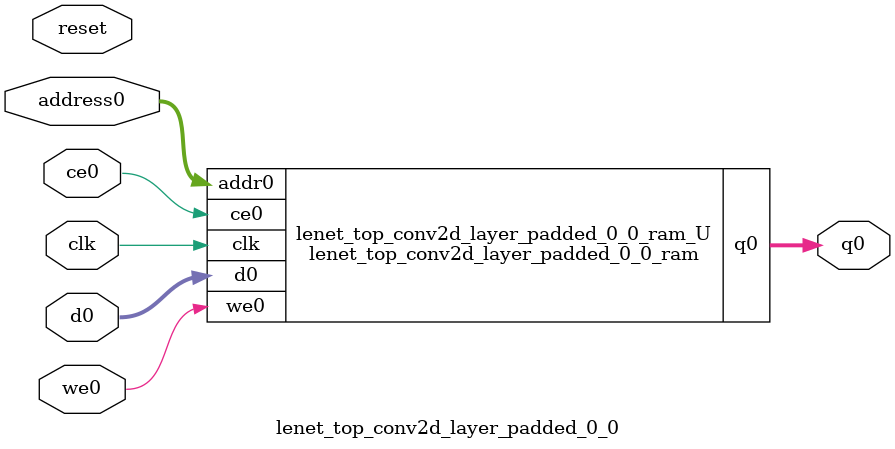
<source format=v>
`timescale 1 ns / 1 ps
module lenet_top_conv2d_layer_padded_0_0_ram (addr0, ce0, d0, we0, q0,  clk);

parameter DWIDTH = 32;
parameter AWIDTH = 6;
parameter MEM_SIZE = 64;

input[AWIDTH-1:0] addr0;
input ce0;
input[DWIDTH-1:0] d0;
input we0;
output reg[DWIDTH-1:0] q0;
input clk;

(* ram_style = "distributed" *)reg [DWIDTH-1:0] ram[0:MEM_SIZE-1];




always @(posedge clk)  
begin 
    if (ce0) begin
        if (we0) 
            ram[addr0] <= d0; 
        q0 <= ram[addr0];
    end
end


endmodule

`timescale 1 ns / 1 ps
module lenet_top_conv2d_layer_padded_0_0(
    reset,
    clk,
    address0,
    ce0,
    we0,
    d0,
    q0);

parameter DataWidth = 32'd32;
parameter AddressRange = 32'd64;
parameter AddressWidth = 32'd6;
input reset;
input clk;
input[AddressWidth - 1:0] address0;
input ce0;
input we0;
input[DataWidth - 1:0] d0;
output[DataWidth - 1:0] q0;



lenet_top_conv2d_layer_padded_0_0_ram lenet_top_conv2d_layer_padded_0_0_ram_U(
    .clk( clk ),
    .addr0( address0 ),
    .ce0( ce0 ),
    .we0( we0 ),
    .d0( d0 ),
    .q0( q0 ));

endmodule


</source>
